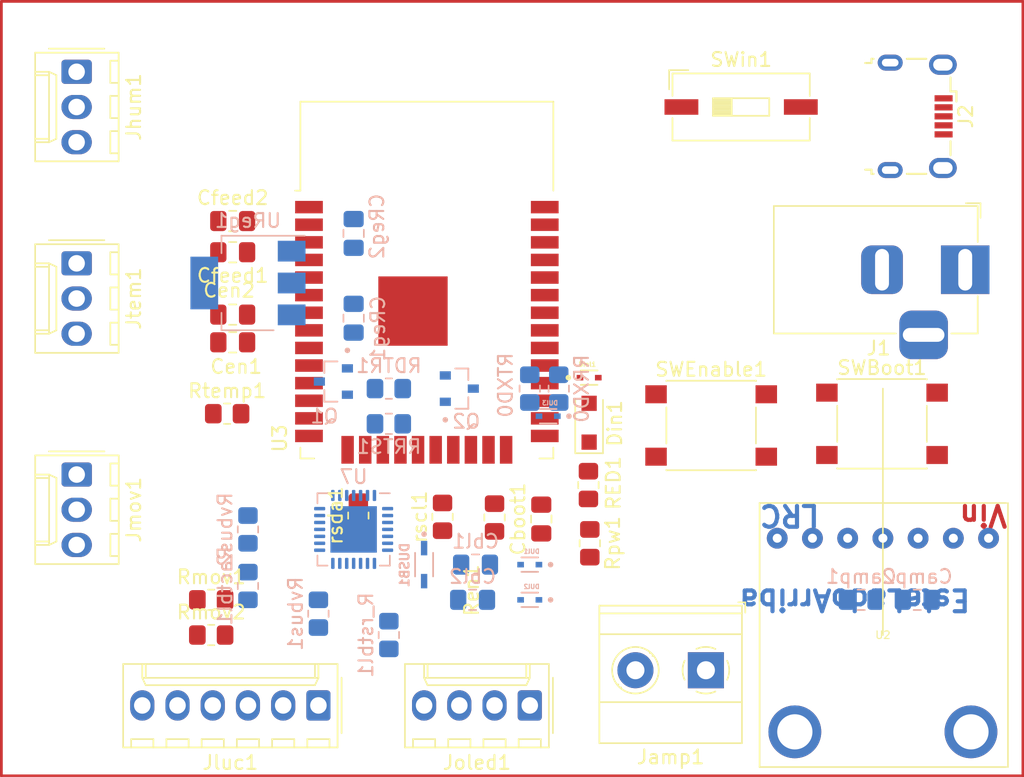
<source format=kicad_pcb>
(kicad_pcb (version 20211014) (generator pcbnew)
  (layers (0 "F.Cu" signal) (31 "B.Cu" signal) (34 "B.Paste" user) (35 "F.Paste" user) (36 "B.SilkS" user "B.Silkscreen") (37 "F.SilkS" user "F.Silkscreen") (38 "B.Mask" user) (39 "F.Mask" user) (44 "Edge.Cuts" user))
  (net 0 "")
  (net 1 "/ESP32/Amp_Din")
  (net 2 "+3V3")
  (net 3 "GND")
  (net 4 "/ESP32/amp_D_mode")
  (net 5 "/Sensores/Amp+")
  (net 6 "/Sensores/Amp-")
  (net 7 "/ESP32/LRC")
  (net 8 "/ESP32/BCLK")
  (net 9 "EN")
  (net 10 "Net-(Q1-Pad1)")
  (net 11 "/CP2102N-A02-GQFN28(Bootloader)/RTS")
  (net 12 "BOOT")
  (net 13 "Net-(Q2-Pad1)")
  (net 14 "/CP2102N-A02-GQFN28(Bootloader)/DTR")
  (net 15 "/CP2102N-A02-GQFN28(Bootloader)/TXD")
  (net 16 "/CP2102N-A02-GQFN28(Bootloader)/RXD0")
  (net 17 "/Sensores/dt")
  (net 18 "/ESP32/Dmov(D)")
  (net 19 "/Sensores/dm")
  (net 20 "Net-(Ractbl1-Pad1)")
  (net 21 "GNDREF")
  (net 22 "+3.3V")
  (net 23 "/ESP32/SCL")
  (net 24 "/CP2102N-A02-GQFN28(Bootloader)/RXD")
  (net 25 "/CP2102N-A02-GQFN28(Bootloader)/TXD0")
  (net 26 "/CP2102N-A02-GQFN28(Bootloader)/VBUS")
  (net 27 "Net-(Rvbus1-Pad2)")
  (net 28 "Net-(RED1-Pad1)")
  (net 29 "+5V")
  (net 30 "Net-(R_rstbl1-Pad2)")
  (net 31 "/ESP32/SDA")
  (net 35 "/Sensores/dh")
  (net 39 "/ESP32/SCK")
  (net 54 "/CP2102N-A02-GQFN28(Bootloader)/USB_DP")
  (net 55 "/CP2102N-A02-GQFN28(Bootloader)/USB_DN")
  (net 70 "Net-(Din1-Pad2)")
  (net 71 "+5V_Jack")
  (net 73 "/Sensores/INT Luz(op)")
  (net 74 "/Sensores/VL Luz (op)")
  (footprint "Button_Switch_SMD:SW_Push_1P1T_NO_6x6mm_H9.5mm" (layer "F.Cu") (at 83.82 55.88)
    (fp_text reference "SWBoot1" (at 0 -4.05) (layer "F.SilkS"))
    (fp_text value "SW_Push")
    (pad "1" smd rect (at 3.975 -2.25) (size 1.55 1.3) (layers "F.Cu" "F.Paste" "F.Mask") (net 12 "BOOT"))
    (pad "1" smd rect (at -3.975 -2.25) (size 1.55 1.3) (layers "F.Cu" "F.Paste" "F.Mask") (net 12 "BOOT"))
    (pad "2" smd rect (at 3.975 2.25) (size 1.55 1.3) (layers "F.Cu" "F.Paste" "F.Mask") (net 21 "GNDREF"))
    (pad "2" smd rect (at -3.975 2.25) (size 1.55 1.3) (layers "F.Cu" "F.Paste" "F.Mask") (net 21 "GNDREF"))
  )
  (footprint "Connector_BarrelJack:BarrelJack_Horizontal" (layer "F.Cu") (at 89.82 44.7625)
    (fp_text reference "J1" (at -6.25 5.6575) (layer "F.SilkS"))
    (fp_text value "Jack-DC")
    (pad "1" thru_hole rect (at 0 0) (size 3.5 3.5) (drill oval 1 3) (layers *.Cu *.Mask) (net 70 "Net-(Din1-Pad2)"))
    (pad "2" thru_hole roundrect (at -6 0) (size 3 3.5) (drill oval 1 3) (layers *.Cu *.Mask) (net 21 "GNDREF"))
    (pad "3" thru_hole roundrect (at -3 4.7) (size 3.5 3.5) (drill oval 3 1) (layers *.Cu *.Mask))
  )
  (footprint "Connector_Molex:Molex_KK-254_AE-6410-03A_1x03_P2.54mm_Vertical" (layer "F.Cu") (at 25.745 30.48 -90)
    (fp_text reference "Jhum1" (at 2.54 -4.12 -90) (layer "F.SilkS"))
    (fp_text value "Conn_01x03_Female")
    (pad "1" thru_hole roundrect (at 0 0 270) (size 1.74 2.19) (drill 1.19) (layers *.Cu *.Mask) (roundrect_rratio 0.143678) (net 2 "+3V3"))
    (pad "2" thru_hole oval (at 2.54 0 270) (size 1.74 2.19) (drill 1.19) (layers *.Cu *.Mask) (net 3 "GND"))
    (pad "3" thru_hole oval (at 5.08 0 270) (size 1.74 2.19) (drill 1.19) (layers *.Cu *.Mask) (net 35 "/Sensores/dh"))
  )
  (footprint "Connector_Molex:Molex_KK-254_AE-6410-03A_1x03_P2.54mm_Vertical" (layer "F.Cu") (at 25.75 59.54 -90)
    (fp_text reference "Jmov1" (at 2.54 -4.12 -90) (layer "F.SilkS"))
    (fp_text value "Conn_01x03_Female")
    (pad "1" thru_hole roundrect (at 0 0 270) (size 1.74 2.19) (drill 1.19) (layers *.Cu *.Mask) (roundrect_rratio 0.143678) (net 29 "+5V"))
    (pad "2" thru_hole oval (at 2.54 0 270) (size 1.74 2.19) (drill 1.19) (layers *.Cu *.Mask) (net 3 "GND"))
    (pad "3" thru_hole oval (at 5.08 0 270) (size 1.74 2.19) (drill 1.19) (layers *.Cu *.Mask) (net 19 "/Sensores/dm"))
  )
  (footprint "MAX9835_Editado:MAX98357A_ModuloEditado" (layer "F.Cu") (at 83.8835 71.12 180)
    (fp_text reference "U2" (at 0 0) (layer "F.SilkS") (effects (font (size 0.55 0.55) (thickness 0.08))))
    (fp_text value "MAX98357AETE+")
    (fp_text user "Vin" (at -7.239 8.636 180 unlocked) (layer "F.Cu") (effects (font (size 1.5 1.5) (thickness 0.3))))
    (fp_text user "EsteLadoArriba" (at 2.032 2.54 180 unlocked) (layer "B.Cu") (effects (font (size 1.5 1.5) (thickness 0.3))))
    (fp_text user "LRC" (at 6.731 8.636 180 unlocked) (layer "B.Cu") (effects (font (size 1.5 1.5) (thickness 0.3))))
    (pad "1" thru_hole circle (at -7.62 6.985 180) (size 1.5 1.5) (drill 0.65) (layers *.Cu *.Mask) (net 22 "+3.3V"))
    (pad "2" thru_hole circle (at -5.08 6.985 180) (size 1.5 1.5) (drill 0.65) (layers *.Cu *.Mask) (net 21 "GNDREF"))
    (pad "3" thru_hole circle (at -2.54 6.985 180) (size 1.5 1.5) (drill 0.65) (layers *.Cu *.Mask) (net 4 "/ESP32/amp_D_mode"))
    (pad "4" thru_hole circle (at 0 6.985 180) (size 1.5 1.5) (drill 0.65) (layers *.Cu *.Mask) (net 22 "+3.3V"))
    (pad "5" thru_hole circle (at 2.54 6.985 180) (size 1.5 1.5) (drill 0.65) (layers *.Cu *.Mask) (net 1 "/ESP32/Amp_Din"))
    (pad "6" thru_hole circle (at 5.08 6.985 180) (size 1.5 1.5) (drill 0.65) (layers *.Cu *.Mask) (net 8 "/ESP32/BCLK"))
    (pad "7" thru_hole circle (at 7.62 6.985 180) (size 1.5 1.5) (drill 0.65) (layers *.Cu *.Mask) (net 7 "/ESP32/LRC"))
    (pad "8" thru_hole circle (at -6.35 -6.985 180) (size 3.81 3.81) (drill 2.54) (layers *.Cu *.Mask) (net 6 "/Sensores/Amp-"))
    (pad "9" thru_hole circle (at 6.35 -6.985 180) (size 3.81 3.81) (drill 2.54) (layers *.Cu *.Mask) (net 5 "/Sensores/Amp+"))
  )
  (footprint "Resistor_SMD:R_0805_2012Metric_Pad1.20x1.40mm_HandSolder" (layer "F.Cu") (at 55.88 62.64 90)
    (fp_text reference "Ren1" (at -5.25 -1.65 90) (layer "F.SilkS"))
    (fp_text value "10K(5%)")
    (pad "1" smd roundrect (at -1 0 90) (size 1.2 1.4) (layers "F.Cu" "F.Paste" "F.Mask") (roundrect_rratio 0.208333) (net 22 "+3.3V"))
    (pad "2" smd roundrect (at 1 0 90) (size 1.2 1.4) (layers "F.Cu" "F.Paste" "F.Mask") (roundrect_rratio 0.208333) (net 9 "EN"))
  )
  (footprint "Capacitor_SMD:C_0805_2012Metric_Pad1.18x1.45mm_HandSolder" (layer "F.Cu") (at 59.25 62.75 90)
    (fp_text reference "Cboot1" (at 0 -1.68 90) (layer "F.SilkS"))
    (fp_text value "0.1uF/50V(10%)(NC)")
    (pad "1" smd roundrect (at -1.0375 0 90) (size 1.175 1.45) (layers "F.Cu" "F.Paste" "F.Mask") (roundrect_rratio 0.212766) (net 12 "BOOT"))
    (pad "2" smd roundrect (at 1.0375 0 90) (size 1.175 1.45) (layers "F.Cu" "F.Paste" "F.Mask") (roundrect_rratio 0.212766) (net 21 "GNDREF"))
  )
  (footprint "Resistor_SMD:R_0805_2012Metric_Pad1.20x1.40mm_HandSolder" (layer "F.Cu") (at 36.6 55.15)
    (fp_text reference "Rtemp1" (at 0 -1.65) (layer "F.SilkS"))
    (fp_text value "4,7k")
    (pad "1" smd roundrect (at -1 0) (size 1.2 1.4) (layers "F.Cu" "F.Paste" "F.Mask") (roundrect_rratio 0.208333) (net 2 "+3V3"))
    (pad "2" smd roundrect (at 1 0) (size 1.2 1.4) (layers "F.Cu" "F.Paste" "F.Mask") (roundrect_rratio 0.208333) (net 17 "/Sensores/dt"))
  )
  (footprint "Resistor_SMD:R_0805_2012Metric_Pad1.20x1.40mm_HandSolder" (layer "F.Cu") (at 35.45 68.58)
    (fp_text reference "Rmov1" (at 0 -1.65) (layer "F.SilkS"))
    (fp_text value "5.1k")
    (pad "1" smd roundrect (at -1 0) (size 1.2 1.4) (layers "F.Cu" "F.Paste" "F.Mask") (roundrect_rratio 0.208333) (net 18 "/ESP32/Dmov(D)"))
    (pad "2" smd roundrect (at 1 0) (size 1.2 1.4) (layers "F.Cu" "F.Paste" "F.Mask") (roundrect_rratio 0.208333) (net 19 "/Sensores/dm"))
  )
  (footprint "Resistor_SMD:R_0805_2012Metric_Pad1.20x1.40mm_HandSolder" (layer "F.Cu") (at 35.45 71.12)
    (fp_text reference "Rmov2" (at 0 -1.65) (layer "F.SilkS"))
    (fp_text value "3.3k")
    (pad "1" smd roundrect (at -1 0) (size 1.2 1.4) (layers "F.Cu" "F.Paste" "F.Mask") (roundrect_rratio 0.208333) (net 3 "GND"))
    (pad "2" smd roundrect (at 1 0) (size 1.2 1.4) (layers "F.Cu" "F.Paste" "F.Mask") (roundrect_rratio 0.208333) (net 18 "/ESP32/Dmov(D)"))
  )
  (footprint "Resistor_SMD:R_0805_2012Metric_Pad1.20x1.40mm_HandSolder" (layer "F.Cu") (at 52.13 62.59 90)
    (fp_text reference "rscl1" (at 0 -1.65 90) (layer "F.SilkS"))
    (fp_text value "4.7k")
    (pad "1" smd roundrect (at -1 0 90) (size 1.2 1.4) (layers "F.Cu" "F.Paste" "F.Mask") (roundrect_rratio 0.208333) (net 22 "+3.3V"))
    (pad "2" smd roundrect (at 1 0 90) (size 1.2 1.4) (layers "F.Cu" "F.Paste" "F.Mask") (roundrect_rratio 0.208333) (net 23 "/ESP32/SCL"))
  )
  (footprint "Button_Switch_SMD:SW_Push_1P1T_NO_6x6mm_H9.5mm" (layer "F.Cu") (at 71.5 56)
    (fp_text reference "SWEnable1" (at 0 -4.05) (layer "F.SilkS"))
    (fp_text value "SW_Push")
    (pad "1" smd rect (at -3.975 -2.25) (size 1.55 1.3) (layers "F.Cu" "F.Paste" "F.Mask") (net 9 "EN"))
    (pad "1" smd rect (at 3.975 -2.25) (size 1.55 1.3) (layers "F.Cu" "F.Paste" "F.Mask") (net 9 "EN"))
    (pad "2" smd rect (at 3.975 2.25) (size 1.55 1.3) (layers "F.Cu" "F.Paste" "F.Mask") (net 21 "GNDREF"))
    (pad "2" smd rect (at -3.975 2.25) (size 1.55 1.3) (layers "F.Cu" "F.Paste" "F.Mask") (net 21 "GNDREF"))
  )
  (footprint "Connector_Molex:Molex_KK-254_AE-6410-03A_1x03_P2.54mm_Vertical" (layer "F.Cu") (at 25.745 44.3 -90)
    (fp_text reference "Jtem1" (at 2.54 -4.12 -90) (layer "F.SilkS"))
    (fp_text value "Conn_01x03_Female")
    (pad "1" thru_hole roundrect (at 0 0 270) (size 1.74 2.19) (drill 1.19) (layers *.Cu *.Mask) (roundrect_rratio 0.143678) (net 2 "+3V3"))
    (pad "2" thru_hole oval (at 2.54 0 270) (size 1.74 2.19) (drill 1.19) (layers *.Cu *.Mask) (net 3 "GND"))
    (pad "3" thru_hole oval (at 5.08 0 270) (size 1.74 2.19) (drill 1.19) (layers *.Cu *.Mask) (net 17 "/Sensores/dt"))
  )
  (footprint "Resistor_SMD:R_0805_2012Metric_Pad1.20x1.40mm_HandSolder" (layer "F.Cu") (at 62.75 64.5 -90)
    (fp_text reference "Rpw1" (at 0 -1.65 90) (layer "F.SilkS"))
    (fp_text value "1k")
    (pad "1" smd roundrect (at -1 0 270) (size 1.2 1.4) (layers "F.Cu" "F.Paste" "F.Mask") (roundrect_rratio 0.208333) (net 28 "Net-(RED1-Pad1)"))
    (pad "2" smd roundrect (at 1 0 270) (size 1.2 1.4) (layers "F.Cu" "F.Paste" "F.Mask") (roundrect_rratio 0.208333) (net 3 "GND"))
  )
  (footprint "Diode_SMD:D_SOD-123F" (layer "F.Cu") (at 62.7 55.8 90)
    (fp_text reference "Din1" (at -0.05 1.85 90) (layer "F.SilkS"))
    (fp_text value "MBR1020VL")
    (pad "1" smd rect (at -1.4 0 90) (size 1.1 1.1) (layers "F.Cu" "F.Paste" "F.Mask") (net 71 "+5V_Jack"))
    (pad "2" smd rect (at 1.4 0 90) (size 1.1 1.1) (layers "F.Cu" "F.Paste" "F.Mask") (net 70 "Net-(Din1-Pad2)"))
  )
  (footprint "Resistor_SMD:R_0805_2012Metric_Pad1.20x1.40mm_HandSolder" (layer "F.Cu") (at 46.06 62.5 90)
    (fp_text reference "rsda1" (at 0 -1.65 90) (layer "F.SilkS"))
    (fp_text value "4.7k")
    (pad "1" smd roundrect (at -1 0 90) (size 1.2 1.4) (layers "F.Cu" "F.Paste" "F.Mask") (roundrect_rratio 0.208333) (net 22 "+3.3V"))
    (pad "2" smd roundrect (at 1 0 90) (size 1.2 1.4) (layers "F.Cu" "F.Paste" "F.Mask") (roundrect_rratio 0.208333) (net 31 "/ESP32/SDA"))
  )
  (footprint "RF_Module:ESP32-WROOM-32" (layer "F.Cu") (at 51 48.5)
    (fp_text reference "U3" (at -10.61 8.43 90) (layer "F.SilkS"))
    (fp_text value "ESP32-WROOM-32")
    (pad "1" smd rect (at -8.5 -8.255) (size 2 0.9) (layers "F.Cu" "F.Paste" "F.Mask") (net 21 "GNDREF"))
    (pad "2" smd rect (at -8.5 -6.985) (size 2 0.9) (layers "F.Cu" "F.Paste" "F.Mask") (net 2 "+3V3"))
    (pad "3" smd rect (at -8.5 -5.715) (size 2 0.9) (layers "F.Cu" "F.Paste" "F.Mask") (net 9 "EN"))
    (pad "4" smd rect (at -8.5 -4.445) (size 2 0.9) (layers "F.Cu" "F.Paste" "F.Mask"))
    (pad "5" smd rect (at -8.5 -3.175) (size 2 0.9) (layers "F.Cu" "F.Paste" "F.Mask"))
    (pad "6" smd rect (at -8.5 -1.905) (size 2 0.9) (layers "F.Cu" "F.Paste" "F.Mask"))
    (pad "7" smd rect (at -8.5 -0.635) (size 2 0.9) (layers "F.Cu" "F.Paste" "F.Mask") (net 4 "/ESP32/amp_D_mode"))
    (pad "8" smd rect (at -8.5 0.635) (size 2 0.9) (layers "F.Cu" "F.Paste" "F.Mask") (net 8 "/ESP32/BCLK"))
    (pad "9" smd rect (at -8.5 1.905) (size 2 0.9) (layers "F.Cu" "F.Paste" "F.Mask") (net 1 "/ESP32/Amp_Din"))
    (pad "10" smd rect (at -8.5 3.175) (size 2 0.9) (layers "F.Cu" "F.Paste" "F.Mask") (net 7 "/ESP32/LRC"))
    (pad "11" smd rect (at -8.5 4.445) (size 2 0.9) (layers "F.Cu" "F.Paste" "F.Mask") (net 17 "/Sensores/dt"))
    (pad "12" smd rect (at -8.5 5.715) (size 2 0.9) (layers "F.Cu" "F.Paste" "F.Mask") (net 35 "/Sensores/dh"))
    (pad "13" smd rect (at -8.5 6.985) (size 2 0.9) (layers "F.Cu" "F.Paste" "F.Mask") (net 23 "/ESP32/SCL"))
    (pad "14" smd rect (at -8.5 8.255) (size 2 0.9) (layers "F.Cu" "F.Paste" "F.Mask") (net 31 "/ESP32/SDA"))
    (pad "15" smd rect (at -5.715 9.255 90) (size 2 0.9) (layers "F.Cu" "F.Paste" "F.Mask") (net 21 "GNDREF"))
    (pad "16" smd rect (at -4.445 9.255 90) (size 2 0.9) (layers "F.Cu" "F.Paste" "F.Mask") (net 18 "/ESP32/Dmov(D)"))
    (pad "17" smd rect (at -3.175 9.255 90) (size 2 0.9) (layers "F.Cu" "F.Paste" "F.Mask"))
    (pad "18" smd rect (at -1.905 9.255 90) (size 2 0.9) (layers "F.Cu" "F.Paste" "F.Mask"))
    (pad "19" smd rect (at -0.635 9.255 90) (size 2 0.9) (layers "F.Cu" "F.Paste" "F.Mask"))
    (pad "20" smd rect (at 0.635 9.255 90) (size 2 0.9) (layers "F.Cu" "F.Paste" "F.Mask") (net 39 "/ESP32/SCK"))
    (pad "21" smd rect (at 1.905 9.255 90) (size 2 0.9) (layers "F.Cu" "F.Paste" "F.Mask") (net 31 "/ESP32/SDA"))
    (pad "22" smd rect (at 3.175 9.255 90) (size 2 0.9) (layers "F.Cu" "F.Paste" "F.Mask") (net 23 "/ESP32/SCL"))
    (pad "23" smd rect (at 4.445 9.255 90) (size 2 0.9) (layers "F.Cu" "F.Paste" "F.Mask"))
    (pad "24" smd rect (at 5.715 9.255 90) (size 2 0.9) (layers "F.Cu" "F.Paste" "F.Mask"))
    (pad "25" smd rect (at 8.5 8.255) (size 2 0.9) (layers "F.Cu" "F.Paste" "F.Mask") (net 12 "BOOT"))
    (pad "26" smd rect (at 8.5 6.985) (size 2 0.9) (layers "F.Cu" "F.Paste" "F.Mask"))
    (pad "27" smd rect (at 8.5 5.715) (size 2 0.9) (layers "F.Cu" "F.Paste" "F.Mask"))
    (pad "28" smd rect (at 8.5 4.445) (size 2 0.9) (layers "F.Cu" "F.Paste" "F.Mask"))
    (pad "29" smd rect (at 8.5 3.175) (size 2 0.9) (layers "F.Cu" "F.Paste" "F.Mask"))
    (pad "30" smd rect (at 8.5 1.905) (size 2 0.9) (layers "F.Cu" "F.Paste" "F.Mask"))
    (pad "31" smd rect (at 8.5 0.635) (size 2 0.9) (layers "F.Cu" "F.Paste" "F.Mask"))
    (pad "32" smd rect (at 8.5 -0.635) (size 2 0.9) (layers "F.Cu" "F.Paste" "F.Mask"))
    (pad "33" smd rect (at 8.5 -1.905) (size 2 0.9) (layers "F.Cu" "F.Paste" "F.Mask"))
    (pad "34" smd rect (at 8.5 -3.175) (size 2 0.9) (layers "F.Cu" "F.Paste" "F.Mask") (net 16 "/CP2102N-A02-GQFN28(Bootloader)/RXD0"))
    (pad "35" smd rect (at 8.5 -4.445) (size 2 0.9) (layers "F.Cu" "F.Paste" "F.Mask") (net 25 "/CP2102N-A02-GQFN28(Bootloader)/TXD0"))
    (pad "36" smd rect (at 8.5 -5.715) (size 2 0.9) (layers "F.Cu" "F.Paste" "F.Mask"))
    (pad "37" smd rect (at 8.5 -6.985) (size 2 0.9) (layers "F.Cu" "F.Paste" "F.Mask"))
    (pad "38" smd rect (at 8.5 -8.255) (size 2 0.9) (layers "F.Cu" "F.Paste" "F.Mask") (net 21 "GNDREF"))
    (pad "39" smd rect (at -1 -0.755) (size 5 5) (layers "F.Cu" "F.Paste" "F.Mask") (net 21 "GNDREF"))
  )
  (footprint "TerminalBlock_Phoenix:TerminalBlock_Phoenix_MKDS-1,5-2-5.08_1x02_P5.08mm_Horizontal" (layer "F.Cu") (at 71.12 73.66 180)
    (fp_text reference "Jamp1" (at 2.54 -6.26) (layer "F.SilkS"))
    (fp_text value "Conn_01x02_Female")
    (pad "1" thru_hole rect (at 0 0 180) (size 2.6 2.6) (drill 1.3) (layers *.Cu *.Mask) (net 5 "/Sensores/Amp+"))
    (pad "2" thru_hole circle (at 5.08 0 180) (size 2.6 2.6) (drill 1.3) (layers *.Cu *.Mask) (net 6 "/Sensores/Amp-"))
  )
  (footprint "LESD5D5:TVS_LESD5D5.0CT1G" (layer "F.Cu") (at 62.7 52.55)
    (fp_text reference "Dinl1" (at -0.134 -0.9532) (layer "F.SilkS") (effects (font (size 0.32 0.32))))
    (fp_text value "LESD5D5.0CT1G")
    (pad "1" smd rect locked (at -0.66 0) (size 0.48 0.4) (layers "F.Cu" "F.Paste" "F.Mask") (net 21 "GNDREF"))
    (pad "2" smd rect locked (at 0.66 0) (size 0.48 0.4) (layers "F.Cu" "F.Paste" "F.Mask") (net 70 "Net-(Din1-Pad2)"))
  )
  (footprint "Capacitor_SMD:C_0805_2012Metric_Pad1.18x1.45mm_HandSolder" (layer "F.Cu") (at 37 50)
    (fp_text reference "Cen1" (at 0.25 1.75) (layer "F.SilkS"))
    (fp_text value "0.1uF/50(10%)")
    (pad "1" smd roundrect (at -1.0375 0) (size 1.175 1.45) (layers "F.Cu" "F.Paste" "F.Mask") (roundrect_rratio 0.212766) (net 21 "GNDREF"))
    (pad "2" smd roundrect (at 1.0375 0) (size 1.175 1.45) (layers "F.Cu" "F.Paste" "F.Mask") (roundrect_rratio 0.212766) (net 9 "EN"))
  )
  (footprint "Button_Switch_SMD:SW_DIP_SPSTx01_Slide_9.78x4.72mm_W8.61mm_P2.54mm" (layer "F.Cu") (at 73.66 33.02)
    (fp_text reference "SWin1" (at 0 -3.42) (layer "F.SilkS"))
    (fp_text value "SW_DIP_x01")
    (pad "1" smd rect (at -4.305 0) (size 2.44 1.12) (layers "F.Cu" "F.Paste" "F.Mask") (net 71 "+5V_Jack"))
    (pad "2" smd rect (at 4.305 0) (size 2.44 1.12) (layers "F.Cu" "F.Paste" "F.Mask") (net 29 "+5V"))
  )
  (footprint "Capacitor_SMD:C_0805_2012Metric_Pad1.18x1.45mm_HandSolder" (layer "F.Cu") (at 37 41.25)
    (fp_text reference "Cfeed2" (at 0 -1.68) (layer "F.SilkS"))
    (fp_text value "0.1uF/50(10%)")
    (pad "1" smd roundrect (at -1.0375 0) (size 1.175 1.45) (layers "F.Cu" "F.Paste" "F.Mask") (roundrect_rratio 0.212766) (net 21 "GNDREF"))
    (pad "2" smd roundrect (at 1.0375 0) (size 1.175 1.45) (layers "F.Cu" "F.Paste" "F.Mask") (roundrect_rratio 0.212766) (net 2 "+3V3"))
  )
  (footprint "Connector_Molex:Molex_KK-254_AE-6410-06A_1x06_P2.54mm_Vertical" (layer "F.Cu") (at 43.18 76.2 180)
    (fp_text reference "Jluc1" (at 6.35 -4.12) (layer "F.SilkS"))
    (fp_text value "Conn_01x06_Female")
    (pad "1" thru_hole roundrect (at 0 0 180) (size 1.74 2.19) (drill 1.19) (layers *.Cu *.Mask) (roundrect_rratio 0.143678) (net 73 "/Sensores/INT Luz(op)"))
    (pad "2" thru_hole oval (at 2.54 0 180) (size 1.74 2.19) (drill 1.19) (layers *.Cu *.Mask) (net 23 "/ESP32/SCL"))
    (pad "3" thru_hole oval (at 5.08 0 180) (size 1.74 2.19) (drill 1.19) (layers *.Cu *.Mask) (net 31 "/ESP32/SDA"))
    (pad "4" thru_hole oval (at 7.62 0 180) (size 1.74 2.19) (drill 1.19) (layers *.Cu *.Mask) (net 2 "+3V3"))
    (pad "5" thru_hole oval (at 10.16 0 180) (size 1.74 2.19) (drill 1.19) (layers *.Cu *.Mask) (net 3 "GND"))
    (pad "6" thru_hole oval (at 12.7 0 180) (size 1.74 2.19) (drill 1.19) (layers *.Cu *.Mask) (net 74 "/Sensores/VL Luz (op)"))
  )
  (footprint "Resistor_SMD:R_0805_2012Metric_Pad1.20x1.40mm_HandSolder" (layer "F.Cu") (at 62.65 60.3 90)
    (fp_text reference "RED1" (at 0.15 1.8 90) (layer "F.SilkS"))
    (fp_text value "LED")
    (pad "1" smd roundrect (at -1 0 90) (size 1.2 1.4) (layers "F.Cu" "F.Paste" "F.Mask") (roundrect_rratio 0.208333) (net 28 "Net-(RED1-Pad1)"))
    (pad "2" smd roundrect (at 1 0 90) (size 1.2 1.4) (layers "F.Cu" "F.Paste" "F.Mask") (roundrect_rratio 0.208333) (net 29 "+5V"))
  )
  (footprint "Connector_Molex:Molex_KK-254_AE-6410-04A_1x04_P2.54mm_Vertical" (layer "F.Cu") (at 58.42 76.2 180)
    (fp_text reference "Joled1" (at 3.81 -4.12) (layer "F.SilkS"))
    (fp_text value "Conn_01x04_Female")
    (pad "1" thru_hole roundrect (at 0 0 180) (size 1.74 2.19) (drill 1.19) (layers *.Cu *.Mask) (roundrect_rratio 0.143678) (net 21 "GNDREF"))
    (pad "2" thru_hole oval (at 2.54 0 180) (size 1.74 2.19) (drill 1.19) (layers *.Cu *.Mask) (net 2 "+3V3"))
    (pad "3" thru_hole oval (at 5.08 0 180) (size 1.74 2.19) (drill 1.19) (layers *.Cu *.Mask) (net 31 "/ESP32/SDA"))
    (pad "4" thru_hole oval (at 7.62 0 180) (size 1.74 2.19) (drill 1.19) (layers *.Cu *.Mask) (net 23 "/ESP32/SCL"))
  )
  (footprint "Connector_USB:USB_Micro-B_Wuerth_629105150521" (layer "F.Cu") (at 86.36 33.695 -90)
    (fp_text reference "J2" (at 0 -3.5 90) (layer "F.SilkS"))
    (fp_text value "USB_B_Micro")
    (pad "" np_thru_hole oval (at 2.5 -0.8 270) (size 0.8 0.8) (drill 0.8) (layers *.Cu *.Mask))
    (pad "" np_thru_hole oval (at -2.5 -0.8 270) (size 0.8 0.8) (drill 0.8) (layers *.Cu *.Mask))
    (pad "1" smd rect (at -1.3 -1.9 270) (size 0.45 1.3) (layers "F.Cu" "F.Paste" "F.Mask") (net 26 "/CP2102N-A02-GQFN28(Bootloader)/VBUS"))
    (pad "2" smd rect (at -0.65 -1.9 270) (size 0.45 1.3) (layers "F.Cu" "F.Paste" "F.Mask") (net 55 "/CP2102N-A02-GQFN28(Bootloader)/USB_DN"))
    (pad "3" smd rect (at 0 -1.9 270) (size 0.45 1.3) (layers "F.Cu" "F.Paste" "F.Mask") (net 54 "/CP2102N-A02-GQFN28(Bootloader)/USB_DP"))
    (pad "4" smd rect (at 0.65 -1.9 270) (size 0.45 1.3) (layers "F.Cu" "F.Paste" "F.Mask"))
    (pad "5" smd rect (at 1.3 -1.9 270) (size 0.45 1.3) (layers "F.Cu" "F.Paste" "F.Mask") (net 21 "GNDREF"))
    (pad "6" thru_hole oval (at 3.725 -1.85 270) (size 1.45 2) (drill oval 0.85 1.4) (layers *.Cu *.Mask) (net 21 "GNDREF"))
    (pad "6" thru_hole oval (at 3.875 1.95 270) (size 1.15 1.8) (drill oval 0.55 1.2) (layers *.Cu *.Mask) (net 21 "GNDREF"))
    (pad "6" thru_hole oval (at -3.875 1.95 270) (size 1.15 1.8) (drill oval 0.55 1.2) (layers *.Cu *.Mask) (net 21 "GNDREF"))
    (pad "6" thru_hole oval (at -3.725 -1.85 270) (size 1.45 2) (drill oval 0.85 1.4) (layers *.Cu *.Mask) (net 21 "GNDREF"))
  )
  (footprint "Capacitor_SMD:C_0805_2012Metric_Pad1.18x1.45mm_HandSolder" (layer "F.Cu") (at 37 48 180)
    (fp_text reference "Cen2" (at 0.261252 1.75) (layer "F.SilkS"))
    (fp_text value "0.1uF/50V(10%)(NC)")
    (pad "1" smd roundrect (at -1.0375 0 180) (size 1.175 1.45) (layers "F.Cu" "F.Paste" "F.Mask") (roundrect_rratio 0.212766) (net 9 "EN"))
    (pad "2" smd roundrect (at 1.0375 0 180) (size 1.175 1.45) (layers "F.Cu" "F.Paste" "F.Mask") (roundrect_rratio 0.212766) (net 21 "GNDREF"))
  )
  (footprint "Capacitor_SMD:C_0805_2012Metric_Pad1.18x1.45mm_HandSolder" (layer "F.Cu") (at 37 43.5 180)
    (fp_text reference "Cfeed1" (at 0 -1.68) (layer "F.SilkS"))
    (fp_text value "22uF/10V(20%)")
    (pad "1" smd roundrect (at -1.0375 0 180) (size 1.175 1.45) (layers "F.Cu" "F.Paste" "F.Mask") (roundrect_rratio 0.212766) (net 2 "+3V3"))
    (pad "2" smd roundrect (at 1.0375 0 180) (size 1.175 1.45) (layers "F.Cu" "F.Paste" "F.Mask") (roundrect_rratio 0.212766) (net 21 "GNDREF"))
  )
  (footprint "SS8050-G:TRANS_SS8050-G" (layer "B.Cu") (at 44.26 52.83 180)
    (fp_text reference "Q1" (at 0.65 -2.5) (layer "B.SilkS") (effects (justify mirror)))
    (fp_text value "SS8050-G")
    (pad "1" smd rect locked (at -1.01 0.95 180) (size 0.8 0.6) (layers "B.Cu" "B.Paste" "B.Mask") (net 10 "Net-(Q1-Pad1)"))
    (pad "2" smd rect locked (at -1.01 -0.95 180) (size 0.8 0.6) (layers "B.Cu" "B.Paste" "B.Mask") (net 11 "/CP2102N-A02-GQFN28(Bootloader)/RTS"))
    (pad "3" smd rect locked (at 1.01 0 180) (size 0.8 0.6) (layers "B.Cu" "B.Paste" "B.Mask") (net 9 "EN"))
  )
  (footprint "Resistor_SMD:R_0805_2012Metric_Pad1.20x1.40mm_HandSolder" (layer "B.Cu") (at 58.42 53.34 90)
    (fp_text reference "RTXD0" (at 0.25 -1.75 90) (layer "B.SilkS") (effects (justify mirror)))
    (fp_text value "0R(5%)")
    (pad "1" smd roundrect (at -1 0 90) (size 1.2 1.4) (layers "B.Cu" "B.Paste" "B.Mask") (roundrect_rratio 0.208333) (net 24 "/CP2102N-A02-GQFN28(Bootloader)/RXD"))
    (pad "2" smd roundrect (at 1 0 90) (size 1.2 1.4) (layers "B.Cu" "B.Paste" "B.Mask") (roundrect_rratio 0.208333) (net 25 "/CP2102N-A02-GQFN28(Bootloader)/TXD0"))
  )
  (footprint "Resistor_SMD:R_0805_2012Metric_Pad1.20x1.40mm_HandSolder" (layer "B.Cu") (at 48.26 53.34 180)
    (fp_text reference "RDTR1" (at 0 1.65) (layer "B.SilkS") (effects (justify mirror)))
    (fp_text value "10K(5%)")
    (pad "1" smd roundrect (at -1 0 180) (size 1.2 1.4) (layers "B.Cu" "B.Paste" "B.Mask") (roundrect_rratio 0.208333) (net 14 "/CP2102N-A02-GQFN28(Bootloader)/DTR"))
    (pad "2" smd roundrect (at 1 0 180) (size 1.2 1.4) (layers "B.Cu" "B.Paste" "B.Mask") (roundrect_rratio 0.208333) (net 10 "Net-(Q1-Pad1)"))
  )
  (footprint "Capacitor_SMD:C_0805_2012Metric_Pad1.18x1.45mm_HandSolder" (layer "B.Cu") (at 45.72 48.26 90)
    (fp_text reference "CReg1" (at -0.75 1.75 90) (layer "B.SilkS") (effects (justify mirror)))
    (fp_text value "1u")
    (pad "1" smd roundrect (at -1.0375 0 90) (size 1.175 1.45) (layers "B.Cu" "B.Paste" "B.Mask") (roundrect_rratio 0.212766) (net 29 "+5V"))
    (pad "2" smd roundrect (at 1.0375 0 90) (size 1.175 1.45) (layers "B.Cu" "B.Paste" "B.Mask") (roundrect_rratio 0.212766) (net 3 "GND"))
  )
  (footprint "Capacitor_SMD:C_0805_2012Metric_Pad1.18x1.45mm_HandSolder" (layer "B.Cu") (at 82.3175 68.58 180)
    (fp_text reference "Camp1" (at 0 1.68) (layer "B.SilkS") (effects (justify mirror)))
    (fp_text value "10u")
    (pad "1" smd roundrect (at -1.0375 0 180) (size 1.175 1.45) (layers "B.Cu" "B.Paste" "B.Mask") (roundrect_rratio 0.212766) (net 2 "+3V3"))
    (pad "2" smd roundrect (at 1.0375 0 180) (size 1.175 1.45) (layers "B.Cu" "B.Paste" "B.Mask") (roundrect_rratio 0.212766) (net 3 "GND"))
  )
  (footprint "Capacitor_SMD:C_0805_2012Metric_Pad1.18x1.45mm_HandSolder" (layer "B.Cu") (at 54.51 66.04 180)
    (fp_text reference "Cbl1" (at 0 1.68) (layer "B.SilkS") (effects (justify mirror)))
    (fp_text value "0.1uF/50V(10%)")
    (pad "1" smd roundrect (at -1.0375 0 180) (size 1.175 1.45) (layers "B.Cu" "B.Paste" "B.Mask") (roundrect_rratio 0.212766) (net 22 "+3.3V"))
    (pad "2" smd roundrect (at 1.0375 0 180) (size 1.175 1.45) (layers "B.Cu" "B.Paste" "B.Mask") (roundrect_rratio 0.212766) (net 21 "GNDREF"))
  )
  (footprint "Resistor_SMD:R_0805_2012Metric_Pad1.20x1.40mm_HandSolder" (layer "B.Cu") (at 48.26 55.88)
    (fp_text reference "RRTS1" (at 0 1.65) (layer "B.SilkS") (effects (justify mirror)))
    (fp_text value "10K(5%)")
    (pad "1" smd roundrect (at -1 0) (size 1.2 1.4) (layers "B.Cu" "B.Paste" "B.Mask") (roundrect_rratio 0.208333) (net 11 "/CP2102N-A02-GQFN28(Bootloader)/RTS"))
    (pad "2" smd roundrect (at 1 0) (size 1.2 1.4) (layers "B.Cu" "B.Paste" "B.Mask") (roundrect_rratio 0.208333) (net 13 "Net-(Q2-Pad1)"))
  )
  (footprint "Package_TO_SOT_SMD:SOT-223-3_TabPin2" (layer "B.Cu") (at 38.1 45.72 180)
    (fp_text reference "UReg1" (at 0 4.5) (layer "B.SilkS") (effects (justify mirror)))
    (fp_text value "AMS1117-3.3")
    (pad "1" smd rect (at -3.15 2.3 180) (size 2 1.5) (layers "B.Cu" "B.Paste" "B.Mask") (net 3 "GND"))
    (pad "2" smd rect (at -3.15 0 180) (size 2 1.5) (layers "B.Cu" "B.Paste" "B.Mask") (net 2 "+3V3"))
    (pad "2" smd rect (at 3.15 0 180) (size 2 3.8) (layers "B.Cu" "B.Paste" "B.Mask") (net 2 "+3V3"))
    (pad "3" smd rect (at -3.15 -2.3 180) (size 2 1.5) (layers "B.Cu" "B.Paste" "B.Mask") (net 29 "+5V"))
  )
  (footprint "Resistor_SMD:R_0805_2012Metric_Pad1.20x1.40mm_HandSolder" (layer "B.Cu") (at 60.51 53.34 90)
    (fp_text reference "RRXD0" (at 0 1.65 90) (layer "B.SilkS") (effects (justify mirror)))
    (fp_text value "0R(5%)")
    (pad "1" smd roundrect (at -1 0 90) (size 1.2 1.4) (layers "B.Cu" "B.Paste" "B.Mask") (roundrect_rratio 0.208333) (net 15 "/CP2102N-A02-GQFN28(Bootloader)/TXD"))
    (pad "2" smd roundrect (at 1 0 90) (size 1.2 1.4) (layers "B.Cu" "B.Paste" "B.Mask") (roundrect_rratio 0.208333) (net 16 "/CP2102N-A02-GQFN28(Bootloader)/RXD0"))
  )
  (footprint "Capacitor_SMD:C_0805_2012Metric_Pad1.18x1.45mm_HandSolder" (layer "B.Cu") (at 86.36 68.58 180)
    (fp_text reference "Camp2" (at 0 1.68) (layer "B.SilkS") (effects (justify mirror)))
    (fp_text value "0.1u")
    (pad "1" smd roundrect (at -1.0375 0 180) (size 1.175 1.45) (layers "B.Cu" "B.Paste" "B.Mask") (roundrect_rratio 0.212766) (net 2 "+3V3"))
    (pad "2" smd roundrect (at 1.0375 0 180) (size 1.175 1.45) (layers "B.Cu" "B.Paste" "B.Mask") (roundrect_rratio 0.212766) (net 3 "GND"))
  )
  (footprint "Resistor_SMD:R_0805_2012Metric_Pad1.20x1.40mm_HandSolder" (layer "B.Cu") (at 38.1 63.5 -90)
    (fp_text reference "Rvbus2" (at 0 1.65 90) (layer "B.SilkS") (effects (justify mirror)))
    (fp_text value "47.5K(5%)")
    (pad "1" smd roundrect (at -1 0 270) (size 1.2 1.4) (layers "B.Cu" "B.Paste" "B.Mask") (roundrect_rratio 0.208333) (net 27 "Net-(Rvbus1-Pad2)"))
    (pad "2" smd roundrect (at 1 0 270) (size 1.2 1.4) (layers "B.Cu" "B.Paste" "B.Mask") (roundrect_rratio 0.208333) (net 21 "GNDREF"))
  )
  (footprint "LESD5D5:TVS_LESD5D5.0CT1G" (layer "B.Cu") (at 58.42 66.04 180)
    (fp_text reference "DUl1" (at -0.134 0.9532) (layer "B.SilkS") (effects (font (size 0.32 0.32)) (justify mirror)))
    (fp_text value "LESD5D5.0CT1G")
    (pad "1" smd rect locked (at -0.66 0 180) (size 0.48 0.4) (layers "B.Cu" "B.Paste" "B.Mask") (net 21 "GNDREF"))
    (pad "2" smd rect locked (at 0.66 0 180) (size 0.48 0.4) (layers "B.Cu" "B.Paste" "B.Mask") (net 26 "/CP2102N-A02-GQFN28(Bootloader)/VBUS"))
  )
  (footprint "Resistor_SMD:R_0805_2012Metric_Pad1.20x1.40mm_HandSolder" (layer "B.Cu") (at 38.1 67.58 -90)
    (fp_text reference "Ractbl1" (at 0 1.65 90) (layer "B.SilkS") (effects (justify mirror)))
    (fp_text value "10k(5%)")
    (pad "1" smd roundrect (at -1 0 270) (size 1.2 1.4) (layers "B.Cu" "B.Paste" "B.Mask") (roundrect_rratio 0.208333) (net 20 "Net-(Ractbl1-Pad1)"))
    (pad "2" smd roundrect (at 1 0 270) (size 1.2 1.4) (layers "B.Cu" "B.Paste" "B.Mask") (roundrect_rratio 0.208333) (net 21 "GNDREF"))
  )
  (footprint "Resistor_SMD:R_0805_2012Metric_Pad1.20x1.40mm_HandSolder" (layer "B.Cu") (at 43.18 69.58 -90)
    (fp_text reference "Rvbus1" (at 0 1.65 90) (layer "B.SilkS") (effects (justify mirror)))
    (fp_text value "22.1K(5%)")
    (pad "1" smd roundrect (at -1 0 270) (size 1.2 1.4) (layers "B.Cu" "B.Paste" "B.Mask") (roundrect_rratio 0.208333) (net 26 "/CP2102N-A02-GQFN28(Bootloader)/VBUS"))
    (pad "2" smd roundrect (at 1 0 270) (size 1.2 1.4) (layers "B.Cu" "B.Paste" "B.Mask") (roundrect_rratio 0.208333) (net 27 "Net-(Rvbus1-Pad2)"))
  )
  (footprint "LESD5D5:TVS_LESD5D5.0CT1G" (layer "B.Cu") (at 58.42 68.58 180)
    (fp_text reference "DUl2" (at -0.134 0.9532) (layer "B.SilkS") (effects (font (size 0.32 0.32)) (justify mirror)))
    (fp_text value "LESD5D5.0CT1G")
    (pad "1" smd rect locked (at -0.66 0 180) (size 0.48 0.4) (layers "B.Cu" "B.Paste" "B.Mask") (net 21 "GNDREF"))
    (pad "2" smd rect locked (at 0.66 0 180) (size 0.48 0.4) (layers "B.Cu" "B.Paste" "B.Mask") (net 54 "/CP2102N-A02-GQFN28(Bootloader)/USB_DP"))
  )
  (footprint "BAT760-7:SOD2513X120N" (layer "B.Cu") (at 50.8 66.04 -90)
    (fp_text reference "DUSB1" (at 0.032 1.4064 -270) (layer "B.SilkS") (effects (font (size 0.64 0.64)) (justify mirror)))
    (fp_text value "BAT760-7")
    (pad "A" smd rect locked (at 1.19 0 270) (size 1.04 0.46) (layers "B.Cu" "B.Paste" "B.Mask") (net 26 "/CP2102N-A02-GQFN28(Bootloader)/VBUS"))
    (pad "C" smd rect locked (at -1.19 0 270) (size 1.04 0.46) (layers "B.Cu" "B.Paste" "B.Mask") (net 71 "+5V_Jack"))
  )
  (footprint "SS8050-G:TRANS_SS8050-G" (layer "B.Cu") (at 53.34 53.34)
    (fp_text reference "Q2" (at 0.5 2.3625) (layer "B.SilkS") (effects (justify mirror)))
    (fp_text value "SS8050-G")
    (pad "1" smd rect locked (at -1.01 0.95) (size 0.8 0.6) (layers "B.Cu" "B.Paste" "B.Mask") (net 13 "Net-(Q2-Pad1)"))
    (pad "2" smd rect locked (at -1.01 -0.95) (size 0.8 0.6) (layers "B.Cu" "B.Paste" "B.Mask") (net 14 "/CP2102N-A02-GQFN28(Bootloader)/DTR"))
    (pad "3" smd rect locked (at 1.01 0) (size 0.8 0.6) (layers "B.Cu" "B.Paste" "B.Mask") (net 12 "BOOT"))
  )
  (footprint "Capacitor_SMD:C_0805_2012Metric_Pad1.18x1.45mm_HandSolder" (layer "B.Cu") (at 45.72 42.1425 90)
    (fp_text reference "CReg2" (at 0.5 1.68 90) (layer "B.SilkS") (effects (justify mirror)))
    (fp_text value "1u")
    (pad "1" smd roundrect (at -1.0375 0 90) (size 1.175 1.45) (layers "B.Cu" "B.Paste" "B.Mask") (roundrect_rratio 0.212766) (net 2 "+3V3"))
    (pad "2" smd roundrect (at 1.0375 0 90) (size 1.175 1.45) (layers "B.Cu" "B.Paste" "B.Mask") (roundrect_rratio 0.212766) (net 3 "GND"))
  )
  (footprint "Capacitor_SMD:C_0805_2012Metric_Pad1.18x1.45mm_HandSolder" (layer "B.Cu") (at 54.2975 68.58 180)
    (fp_text reference "Cbl2" (at 0 1.68) (layer "B.SilkS") (effects (justify mirror)))
    (fp_text value "4.7uF/6.3V(10%)")
    (pad "1" smd roundrect (at -1.0375 0 180) (size 1.175 1.45) (layers "B.Cu" "B.Paste" "B.Mask") (roundrect_rratio 0.212766) (net 21 "GNDREF"))
    (pad "2" smd roundrect (at 1.0375 0 180) (size 1.175 1.45) (layers "B.Cu" "B.Paste" "B.Mask") (roundrect_rratio 0.212766) (net 22 "+3.3V"))
  )
  (footprint "Resistor_SMD:R_0805_2012Metric_Pad1.20x1.40mm_HandSolder" (layer "B.Cu") (at 48.26 71.12 -90)
    (fp_text reference "R_rstbl1" (at 0 1.65 90) (layer "B.SilkS") (effects (justify mirror)))
    (fp_text value "2k(5%)")
    (pad "1" smd roundrect (at -1 0 270) (size 1.2 1.4) (layers "B.Cu" "B.Paste" "B.Mask") (roundrect_rratio 0.208333) (net 22 "+3.3V"))
    (pad "2" smd roundrect (at 1 0 270) (size 1.2 1.4) (layers "B.Cu" "B.Paste" "B.Mask") (roundrect_rratio 0.208333) (net 30 "Net-(R_rstbl1-Pad2)"))
  )
  (footprint "Package_DFN_QFN:QFN-28-1EP_5x5mm_P0.5mm_EP3.35x3.35mm" (layer "B.Cu") (at 45.72 63.5 180)
    (fp_text reference "U7" (at 0 3.8) (layer "B.SilkS") (effects (justify mirror)))
    (fp_text value "CP2102N-Axx-xQFN28")
    (pad "1" smd roundrect (at -2.45 1.5 180) (size 0.8 0.25) (layers "B.Cu" "B.Paste" "B.Mask"))
    (pad "2" smd roundrect (at -2.45 1 180) (size 0.8 0.25) (layers "B.Cu" "B.Paste" "B.Mask"))
    (pad "3" smd roundrect (at -2.45 0.5 180) (size 0.8 0.25) (layers "B.Cu" "B.Paste" "B.Mask") (net 21 "GNDREF"))
    (pad "4" smd roundrect (at -2.45 0 180) (size 0.8 0.25) (layers "B.Cu" "B.Paste" "B.Mask") (net 54 "/CP2102N-A02-GQFN28(Bootloader)/USB_DP"))
    (pad "5" smd roundrect (at -2.45 -0.5 180) (size 0.8 0.25) (layers "B.Cu" "B.Paste" "B.Mask") (net 55 "/CP2102N-A02-GQFN28(Bootloader)/USB_DN"))
    (pad "6" smd roundrect (at -2.45 -1 180) (size 0.8 0.25) (layers "B.Cu" "B.Paste" "B.Mask") (net 22 "+3.3V"))
    (pad "7" smd roundrect (at -2.45 -1.5 180) (size 0.8 0.25) (layers "B.Cu" "B.Paste" "B.Mask") (net 22 "+3.3V"))
    (pad "8" smd roundrect (at -1.5 -2.45 180) (size 0.25 0.8) (layers "B.Cu" "B.Paste" "B.Mask") (net 27 "Net-(Rvbus1-Pad2)"))
    (pad "9" smd roundrect (at -1 -2.45 180) (size 0.25 0.8) (layers "B.Cu" "B.Paste" "B.Mask") (net 30 "Net-(R_rstbl1-Pad2)"))
    (pad "10" smd roundrect (at -0.5 -2.45 180) (size 0.25 0.8) (layers "B.Cu" "B.Paste" "B.Mask"))
    (pad "11" smd roundrect (at 0 -2.45 180) (size 0.25 0.8) (layers "B.Cu" "B.Paste" "B.Mask") (net 20 "Net-(Ractbl1-Pad1)"))
    (pad "12" smd roundrect (at 0.5 -2.45 180) (size 0.25 0.8) (layers "B.Cu" "B.Paste" "B.Mask"))
    (pad "13" smd roundrect (at 1 -2.45 180) (size 0.25 0.8) (layers "B.Cu" "B.Paste" "B.Mask"))
    (pad "14" smd roundrect (at 1.5 -2.45 180) (size 0.25 0.8) (layers "B.Cu" "B.Paste" "B.Mask"))
    (pad "15" smd roundrect (at 2.45 -1.5 180) (size 0.8 0.25) (layers "B.Cu" "B.Paste" "B.Mask"))
    (pad "16" smd roundrect (at 2.45 -1 180) (size 0.8 0.25) (layers "B.Cu" "B.Paste" "B.Mask"))
    (pad "17" smd roundrect (at 2.45 -0.5 180) (size 0.8 0.25) (layers "B.Cu" "B.Paste" "B.Mask"))
    (pad "18" smd roundrect (at 2.45 0 180) (size 0.8 0.25) (layers "B.Cu" "B.Paste" "B.Mask"))
    (pad "19" smd roundrect (at 2.45 0.5 180) (size 0.8 0.25) (layers "B.Cu" "B.Paste" "B.Mask"))
    (pad "20" smd roundrect (at 2.45 1 180) (size 0.8 0.25) (layers "B.Cu" "B.Paste" "B.Mask"))
    (pad "21" smd roundrect (at 2.45 1.5 180) (size 0.8 0.25) (layers "B.Cu" "B.Paste" "B.Mask"))
    (pad "22" smd roundrect (at 1.5 2.45 180) (size 0.25 0.8) (layers "B.Cu" "B.Paste" "B.Mask"))
    (pad "23" smd roundrect (at 1 2.45 180) (size 0.25 0.8) (layers "B.Cu" "B.Paste" "B.Mask"))
    (pad "24" smd roundrect (at 0.5 2.45 180) (size 0.25 0.8) (layers "B.Cu" "B.Paste" "B.Mask") (net 11 "/CP2102N-A02-GQFN28(Bootloader)/RTS"))
    (pad "25" smd roundrect (at 0 2.45 180) (size 0.25 0.8) (layers "B.Cu" "B.Paste" "B.Mask") (net 24 "/CP2102N-A02-GQFN28(Bootloader)/RXD"))
    (pad "26" smd roundrect (at -0.5 2.45 180) (size 0.25 0.8) (layers "B.Cu" "B.Paste" "B.Mask") (net 15 "/CP2102N-A02-GQFN28(Bootloader)/TXD"))
    (pad "27" smd roundrect (at -1 2.45 180) (size 0.25 0.8) (layers "B.Cu" "B.Paste" "B.Mask"))
    (pad "28" smd roundrect (at -1.5 2.45 180) (size 0.25 0.8) (layers "B.Cu" "B.Paste" "B.Mask") (net 14 "/CP2102N-A02-GQFN28(Bootloader)/DTR"))
    (pad "29" smd rect (at 0 0 180) (size 3.35 3.35) (layers "B.Cu" "B.Mask") (net 21 "GNDREF"))
  )
  (footprint "LESD5D5:TVS_LESD5D5.0CT1G" (layer "B.Cu") (at 59.74631 55.33 180)
    (fp_text reference "DUl3" (at -0.134 0.9532) (layer "B.SilkS") (effects (font (size 0.32 0.32)) (justify mirror)))
    (fp_text value "LESD5D5.0CT1G")
    (pad "1" smd rect locked (at -0.66 0 180) (size 0.48 0.4) (layers "B.Cu" "B.Paste" "B.Mask") (net 21 "GNDREF"))
    (pad "2" smd rect locked (at 0.66 0 180) (size 0.48 0.4) (layers "B.Cu" "B.Paste" "B.Mask") (net 55 "/CP2102N-A02-GQFN28(Bootloader)/USB_DN"))
  )
  (gr_line (start 20.32 25.4) (end 93.98 25.4) (layer "F.Cu") (width 0.2))
  (gr_line (start 93.98 81.28) (end 20.32 81.28) (layer "F.Cu") (width 0.2))
  (gr_line (start 20.32 81.28) (end 20.32 25.4) (layer "F.Cu") (width 0.2))
  (gr_line (start 93.98 25.4) (end 93.98 81.28) (layer "F.Cu") (width 0.2))
)
</source>
